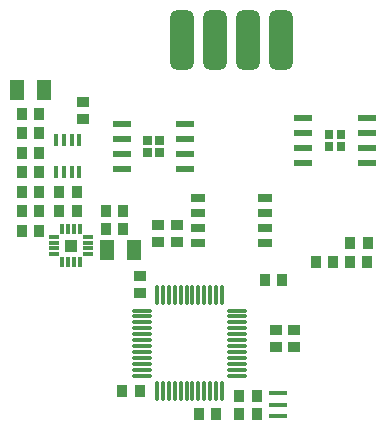
<source format=gtp>
G04*
G04 #@! TF.GenerationSoftware,Altium Limited,Altium Designer,21.9.2 (33)*
G04*
G04 Layer_Color=8421504*
%FSLAX25Y25*%
%MOIN*%
G70*
G04*
G04 #@! TF.SameCoordinates,DDE03FFC-3592-4A1C-B560-7E07A9873239*
G04*
G04*
G04 #@! TF.FilePolarity,Positive*
G04*
G01*
G75*
%ADD16R,0.03740X0.04134*%
%ADD17R,0.04134X0.03740*%
G04:AMPARAMS|DCode=18|XSize=59.06mil|YSize=22.84mil|CornerRadius=2.85mil|HoleSize=0mil|Usage=FLASHONLY|Rotation=180.000|XOffset=0mil|YOffset=0mil|HoleType=Round|Shape=RoundedRectangle|*
%AMROUNDEDRECTD18*
21,1,0.05906,0.01713,0,0,180.0*
21,1,0.05335,0.02284,0,0,180.0*
1,1,0.00571,-0.02667,0.00856*
1,1,0.00571,0.02667,0.00856*
1,1,0.00571,0.02667,-0.00856*
1,1,0.00571,-0.02667,-0.00856*
%
%ADD18ROUNDEDRECTD18*%
%ADD19R,0.04950X0.06700*%
%ADD20R,0.06299X0.01181*%
%ADD21R,0.04173X0.04173*%
G04:AMPARAMS|DCode=22|XSize=33.86mil|YSize=10.24mil|CornerRadius=1.28mil|HoleSize=0mil|Usage=FLASHONLY|Rotation=180.000|XOffset=0mil|YOffset=0mil|HoleType=Round|Shape=RoundedRectangle|*
%AMROUNDEDRECTD22*
21,1,0.03386,0.00768,0,0,180.0*
21,1,0.03130,0.01024,0,0,180.0*
1,1,0.00256,-0.01565,0.00384*
1,1,0.00256,0.01565,0.00384*
1,1,0.00256,0.01565,-0.00384*
1,1,0.00256,-0.01565,-0.00384*
%
%ADD22ROUNDEDRECTD22*%
G04:AMPARAMS|DCode=23|XSize=33.86mil|YSize=10.24mil|CornerRadius=1.28mil|HoleSize=0mil|Usage=FLASHONLY|Rotation=270.000|XOffset=0mil|YOffset=0mil|HoleType=Round|Shape=RoundedRectangle|*
%AMROUNDEDRECTD23*
21,1,0.03386,0.00768,0,0,270.0*
21,1,0.03130,0.01024,0,0,270.0*
1,1,0.00256,-0.00384,-0.01565*
1,1,0.00256,-0.00384,0.01565*
1,1,0.00256,0.00384,0.01565*
1,1,0.00256,0.00384,-0.01565*
%
%ADD23ROUNDEDRECTD23*%
%ADD24O,0.07087X0.01181*%
G04:AMPARAMS|DCode=25|XSize=78.74mil|YSize=196.85mil|CornerRadius=19.68mil|HoleSize=0mil|Usage=FLASHONLY|Rotation=0.000|XOffset=0mil|YOffset=0mil|HoleType=Round|Shape=RoundedRectangle|*
%AMROUNDEDRECTD25*
21,1,0.07874,0.15748,0,0,0.0*
21,1,0.03937,0.19685,0,0,0.0*
1,1,0.03937,0.01968,-0.07874*
1,1,0.03937,-0.01968,-0.07874*
1,1,0.03937,-0.01968,0.07874*
1,1,0.03937,0.01968,0.07874*
%
%ADD25ROUNDEDRECTD25*%
%ADD26R,0.05158X0.02559*%
%ADD27O,0.01181X0.07087*%
%ADD28R,0.01800X0.03950*%
G36*
X-26551Y21114D02*
X-29386D01*
Y23949D01*
X-26551D01*
Y21114D01*
D02*
G37*
G36*
Y25051D02*
X-29386D01*
Y27886D01*
X-26551D01*
Y25051D01*
D02*
G37*
G36*
X-22614Y21114D02*
X-25449D01*
Y23949D01*
X-22614D01*
Y21114D01*
D02*
G37*
G36*
Y25051D02*
X-25449D01*
Y27886D01*
X-22614D01*
Y25051D01*
D02*
G37*
G36*
X31114Y25949D02*
X33949D01*
Y23114D01*
X31114D01*
Y25949D01*
D02*
G37*
G36*
Y29886D02*
X33949D01*
Y27051D01*
X31114D01*
Y29886D01*
D02*
G37*
G36*
X35051Y25949D02*
X37886D01*
Y23114D01*
X35051D01*
Y25949D01*
D02*
G37*
G36*
Y29886D02*
X37886D01*
Y27051D01*
X35051D01*
Y29886D01*
D02*
G37*
D16*
X-36354Y-57000D02*
D03*
X-30646D02*
D03*
X39500Y-14000D02*
D03*
X45209D02*
D03*
X39646Y-7500D02*
D03*
X45354D02*
D03*
X-5146Y-64500D02*
D03*
X-10854D02*
D03*
X33854Y-14000D02*
D03*
X28146D02*
D03*
X16854Y-20000D02*
D03*
X11146D02*
D03*
X8354Y-64500D02*
D03*
X2646D02*
D03*
X8354Y-58500D02*
D03*
X2646D02*
D03*
X-69854Y3000D02*
D03*
X-64146D02*
D03*
X-69854Y9500D02*
D03*
X-64146D02*
D03*
X-36146Y-3000D02*
D03*
X-57354Y3000D02*
D03*
X-41854Y-3000D02*
D03*
X-51646Y3000D02*
D03*
X-41854D02*
D03*
X-51646Y9500D02*
D03*
X-64146Y22500D02*
D03*
Y16000D02*
D03*
X-36146Y3000D02*
D03*
X-57354Y9500D02*
D03*
X-69854Y22500D02*
D03*
Y16000D02*
D03*
X-64146Y-3500D02*
D03*
X-69854D02*
D03*
X-64146Y35500D02*
D03*
X-69854D02*
D03*
X-64146Y29000D02*
D03*
X-69854D02*
D03*
D17*
X-30500Y-18646D02*
D03*
Y-24354D02*
D03*
X-49500Y39354D02*
D03*
Y33646D02*
D03*
X21000Y-36646D02*
D03*
Y-42354D02*
D03*
X-24500Y-7354D02*
D03*
Y-1646D02*
D03*
X15000Y-36646D02*
D03*
Y-42354D02*
D03*
X-18000Y-7354D02*
D03*
Y-1646D02*
D03*
D18*
X45150Y24000D02*
D03*
Y29000D02*
D03*
Y34000D02*
D03*
X23850D02*
D03*
Y29000D02*
D03*
Y24000D02*
D03*
Y19000D02*
D03*
X45150D02*
D03*
X-36650Y32000D02*
D03*
X-15350D02*
D03*
Y27000D02*
D03*
Y22000D02*
D03*
Y17000D02*
D03*
X-36650D02*
D03*
Y22000D02*
D03*
Y27000D02*
D03*
D19*
X-71625Y43500D02*
D03*
X-62375D02*
D03*
X-32375Y-10000D02*
D03*
X-41625D02*
D03*
D20*
X15500Y-65240D02*
D03*
Y-61500D02*
D03*
Y-57760D02*
D03*
D21*
X-53500Y-8500D02*
D03*
D22*
X-59150Y-11453D02*
D03*
Y-9484D02*
D03*
Y-7516D02*
D03*
Y-5547D02*
D03*
X-47850D02*
D03*
Y-7516D02*
D03*
Y-9484D02*
D03*
Y-11453D02*
D03*
D23*
X-50547Y-14150D02*
D03*
X-52516D02*
D03*
X-54484D02*
D03*
X-56453D02*
D03*
Y-2850D02*
D03*
X-54484D02*
D03*
X-52516D02*
D03*
X-50547D02*
D03*
D24*
X-29945Y-45921D02*
D03*
Y-43953D02*
D03*
Y-47890D02*
D03*
X1945Y-51827D02*
D03*
Y-49858D02*
D03*
Y-47890D02*
D03*
Y-45921D02*
D03*
Y-43953D02*
D03*
Y-41984D02*
D03*
Y-40016D02*
D03*
Y-38047D02*
D03*
Y-36079D02*
D03*
Y-34110D02*
D03*
Y-32142D02*
D03*
Y-30173D02*
D03*
X-29945D02*
D03*
Y-32142D02*
D03*
Y-34110D02*
D03*
Y-36079D02*
D03*
Y-38047D02*
D03*
Y-40016D02*
D03*
Y-41984D02*
D03*
Y-49858D02*
D03*
Y-51827D02*
D03*
D25*
X16500Y60000D02*
D03*
X5500D02*
D03*
X-5500D02*
D03*
X-16500D02*
D03*
D26*
X11201Y7500D02*
D03*
Y2500D02*
D03*
Y-2500D02*
D03*
Y-7500D02*
D03*
X-11201D02*
D03*
Y-2500D02*
D03*
Y2500D02*
D03*
Y7500D02*
D03*
D27*
X-3173Y-25055D02*
D03*
X-5142D02*
D03*
X-7110D02*
D03*
X-9079D02*
D03*
X-11047D02*
D03*
X-13016D02*
D03*
X-14984D02*
D03*
X-16953D02*
D03*
X-18921D02*
D03*
X-20890D02*
D03*
X-22858D02*
D03*
X-24827D02*
D03*
Y-56945D02*
D03*
X-22858D02*
D03*
X-20890D02*
D03*
X-18921D02*
D03*
X-16953D02*
D03*
X-14984D02*
D03*
X-13016D02*
D03*
X-11047D02*
D03*
X-9079D02*
D03*
X-7110D02*
D03*
X-5142D02*
D03*
X-3173D02*
D03*
D28*
X-58338Y16175D02*
D03*
X-55779D02*
D03*
X-53220D02*
D03*
X-50661D02*
D03*
Y26825D02*
D03*
X-53220D02*
D03*
X-55779D02*
D03*
X-58338D02*
D03*
M02*

</source>
